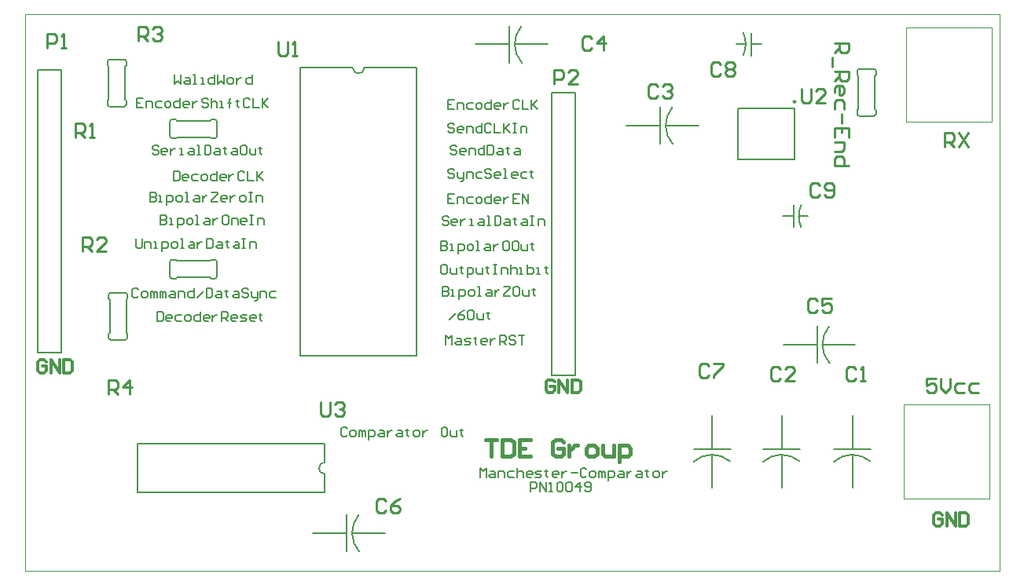
<source format=gto>
G04 Layer_Color=65535*
%FSLAX44Y44*%
%MOMM*%
G71*
G01*
G75*
%ADD10C,0.3000*%
%ADD17C,0.1000*%
%ADD26C,0.2000*%
%ADD27C,0.1524*%
%ADD28C,0.2500*%
%ADD29C,0.0500*%
%ADD30C,0.1500*%
%ADD31C,0.4000*%
%ADD32C,0.2540*%
D10*
X23300Y225023D02*
X20968Y227355D01*
X16303D01*
X13970Y225023D01*
Y215693D01*
X16303Y213360D01*
X20968D01*
X23300Y215693D01*
Y220358D01*
X18635D01*
X27966Y213360D02*
Y227355D01*
X37296Y213360D01*
Y227355D01*
X41961D02*
Y213360D01*
X48959D01*
X51291Y215693D01*
Y225023D01*
X48959Y227355D01*
X41961D01*
X570670Y203433D02*
X568338Y205765D01*
X563673D01*
X561340Y203433D01*
Y194103D01*
X563673Y191770D01*
X568338D01*
X570670Y194103D01*
Y198768D01*
X566005D01*
X575336Y191770D02*
Y205765D01*
X584666Y191770D01*
Y205765D01*
X589331D02*
Y191770D01*
X596329D01*
X598661Y194103D01*
Y203433D01*
X596329Y205765D01*
X589331D01*
X988500Y59923D02*
X986168Y62256D01*
X981503D01*
X979170Y59923D01*
Y50593D01*
X981503Y48260D01*
X986168D01*
X988500Y50593D01*
Y55258D01*
X983835D01*
X993166Y48260D02*
Y62256D01*
X1002496Y48260D01*
Y62256D01*
X1007161D02*
Y48260D01*
X1014159D01*
X1016491Y50593D01*
Y59923D01*
X1014159Y62256D01*
X1007161D01*
D17*
X0Y0D02*
Y600000D01*
Y0D02*
X1050000D01*
Y600000D01*
X0D02*
X1050000D01*
D26*
X759630Y118008D02*
G03*
X720272Y117321I-19284J-22981D01*
G01*
X359512Y59860D02*
G03*
X360199Y20502I22981J-19284D01*
G01*
X866242Y263060D02*
G03*
X866929Y223702I22981J-19284D01*
G01*
X534772Y586910D02*
G03*
X535459Y547552I22981J-19284D01*
G01*
X697332Y499280D02*
G03*
X698019Y459922I22981J-19284D01*
G01*
X834560Y118008D02*
G03*
X795202Y117321I-19284J-22981D01*
G01*
X910760Y118008D02*
G03*
X871402Y117321I-19284J-22981D01*
G01*
X323250Y116840D02*
G03*
X323250Y104140I0J-6350D01*
G01*
X353060Y542420D02*
G03*
X365760Y542420I6350J0D01*
G01*
X836392Y394353D02*
G03*
X836345Y370167I27431J-12147D01*
G01*
X773968Y555607D02*
G03*
X774015Y579793I-27431J12147D01*
G01*
X720410Y130770D02*
X760410D01*
X740410Y89770D02*
Y124770D01*
Y130770D02*
Y167020D01*
X346750Y20640D02*
Y60640D01*
X352750Y40640D02*
X387750D01*
X310500D02*
X346750D01*
X853480Y223840D02*
Y263840D01*
X859480Y243840D02*
X894480D01*
X817230D02*
X853480D01*
X522010Y547690D02*
Y587690D01*
X528010Y567690D02*
X563010D01*
X485760D02*
X522010D01*
X684570Y460060D02*
Y500060D01*
X690570Y480060D02*
X725570D01*
X648320D02*
X684570D01*
X795340Y130770D02*
X835340D01*
X815340Y89770D02*
Y124770D01*
Y130770D02*
Y167020D01*
X871540Y130770D02*
X911540D01*
X891540Y89770D02*
Y124770D01*
Y130770D02*
Y167020D01*
X323250Y116840D02*
Y136990D01*
Y83990D02*
Y104140D01*
X121250Y83990D02*
Y136990D01*
X323250D01*
X121250Y83990D02*
X323250D01*
X39370Y234950D02*
Y520700D01*
Y539750D01*
X13970D02*
X39370D01*
X13970Y234950D02*
Y539750D01*
Y234950D02*
X39370D01*
X592700Y210820D02*
Y496570D01*
Y515620D01*
X567300D02*
X592700D01*
X567300Y210820D02*
Y515620D01*
Y210820D02*
X592700D01*
X422160Y231870D02*
Y542420D01*
X296710Y231870D02*
Y542420D01*
Y231870D02*
X422160D01*
X365910Y542420D02*
X422160D01*
X296710D02*
X352760D01*
X816830Y382270D02*
X828080D01*
X834080D02*
X843830D01*
X828080Y370270D02*
Y394520D01*
X782280Y567690D02*
X793530D01*
X766530D02*
X776280D01*
X782280Y555440D02*
Y579690D01*
X768630Y443720D02*
Y498520D01*
X829030Y443720D02*
Y498520D01*
X768630Y443720D02*
X829030D01*
X768630Y498520D02*
X829030D01*
D27*
X90170Y251460D02*
G03*
X92710Y248920I2540J0D01*
G01*
X107950D02*
G03*
X110490Y251460I0J2540D01*
G01*
Y297180D02*
G03*
X107950Y299720I-2540J0D01*
G01*
X92710D02*
G03*
X90170Y297180I0J-2540D01*
G01*
X109220Y548640D02*
G03*
X106680Y551180I-2540J0D01*
G01*
X91440D02*
G03*
X88900Y548640I0J-2540D01*
G01*
Y502920D02*
G03*
X91440Y500380I2540J0D01*
G01*
X106680D02*
G03*
X109220Y502920I0J2540D01*
G01*
X204470Y314960D02*
G03*
X207010Y317500I0J2540D01*
G01*
Y332740D02*
G03*
X204470Y335280I-2540J0D01*
G01*
X158750D02*
G03*
X156210Y332740I0J-2540D01*
G01*
Y317500D02*
G03*
X158750Y314960I2540J0D01*
G01*
X204470Y466090D02*
G03*
X207010Y468630I0J2540D01*
G01*
Y483870D02*
G03*
X204470Y486410I-2540J0D01*
G01*
X158750D02*
G03*
X156210Y483870I0J-2540D01*
G01*
Y468630D02*
G03*
X158750Y466090I2540J0D01*
G01*
X896620Y492760D02*
G03*
X899160Y490220I2540J0D01*
G01*
X914400D02*
G03*
X916940Y492760I0J2540D01*
G01*
Y538480D02*
G03*
X914400Y541020I-2540J0D01*
G01*
X899160D02*
G03*
X896620Y538480I0J-2540D01*
G01*
X92710Y248920D02*
X107950D01*
X90170Y251460D02*
Y255270D01*
X91440Y256540D01*
X110490Y251460D02*
Y255270D01*
X109220Y256540D02*
X110490Y255270D01*
X90170Y293370D02*
X91440Y292100D01*
Y256540D02*
Y292100D01*
X109220D02*
X110490Y293370D01*
X109220Y256540D02*
Y292100D01*
X90170Y293370D02*
Y297180D01*
X110490Y293370D02*
Y297180D01*
X92710Y299720D02*
X107950D01*
X91440Y551180D02*
X106680D01*
X109220Y544830D02*
Y548640D01*
X107950Y543560D02*
X109220Y544830D01*
X88900D02*
Y548640D01*
Y544830D02*
X90170Y543560D01*
X107950Y508000D02*
X109220Y506730D01*
X107950Y508000D02*
Y543560D01*
X88900Y506730D02*
X90170Y508000D01*
Y543560D01*
X109220Y502920D02*
Y506730D01*
X88900Y502920D02*
Y506730D01*
X91440Y500380D02*
X106680D01*
X207010Y317500D02*
Y332740D01*
X200660Y314960D02*
X204470D01*
X199390Y316230D02*
X200660Y314960D01*
Y335280D02*
X204470D01*
X199390Y334010D02*
X200660Y335280D01*
X162560Y314960D02*
X163830Y316230D01*
X199390D01*
X162560Y335280D02*
X163830Y334010D01*
X199390D01*
X158750Y314960D02*
X162560D01*
X158750Y335280D02*
X162560D01*
X156210Y317500D02*
Y332740D01*
X207010Y468630D02*
Y483870D01*
X200660Y466090D02*
X204470D01*
X199390Y467360D02*
X200660Y466090D01*
Y486410D02*
X204470D01*
X199390Y485140D02*
X200660Y486410D01*
X162560Y466090D02*
X163830Y467360D01*
X199390D01*
X162560Y486410D02*
X163830Y485140D01*
X199390D01*
X158750Y466090D02*
X162560D01*
X158750Y486410D02*
X162560D01*
X156210Y468630D02*
Y483870D01*
X899160Y490220D02*
X914400D01*
X896620Y492760D02*
Y496570D01*
X897890Y497840D01*
X916940Y492760D02*
Y496570D01*
X915670Y497840D02*
X916940Y496570D01*
X896620Y534670D02*
X897890Y533400D01*
Y497840D02*
Y533400D01*
X915670D02*
X916940Y534670D01*
X915670Y497840D02*
Y533400D01*
X896620Y534670D02*
Y538480D01*
X916940Y534670D02*
Y538480D01*
X899160Y541020D02*
X914400D01*
D28*
X830430Y505770D02*
G03*
X830430Y505770I-1250J0D01*
G01*
D29*
X947140Y178870D02*
X1039140D01*
Y77670D02*
Y178870D01*
X947140Y77670D02*
X1039140D01*
X947140D02*
Y178870D01*
X949680Y484070D02*
Y585270D01*
Y484070D02*
X1041680D01*
Y585270D01*
X949680D02*
X1041680D01*
D30*
X347024Y153111D02*
X345358Y154777D01*
X342026D01*
X340360Y153111D01*
Y146446D01*
X342026Y144780D01*
X345358D01*
X347024Y146446D01*
X352023Y144780D02*
X355355D01*
X357021Y146446D01*
Y149778D01*
X355355Y151445D01*
X352023D01*
X350357Y149778D01*
Y146446D01*
X352023Y144780D01*
X360354D02*
Y151445D01*
X362020D01*
X363686Y149778D01*
Y144780D01*
Y149778D01*
X365352Y151445D01*
X367018Y149778D01*
Y144780D01*
X370350Y141448D02*
Y151445D01*
X375349D01*
X377015Y149778D01*
Y146446D01*
X375349Y144780D01*
X370350D01*
X382013Y151445D02*
X385345D01*
X387012Y149778D01*
Y144780D01*
X382013D01*
X380347Y146446D01*
X382013Y148112D01*
X387012D01*
X390344Y151445D02*
Y144780D01*
Y148112D01*
X392010Y149778D01*
X393676Y151445D01*
X395342D01*
X402007D02*
X405339D01*
X407005Y149778D01*
Y144780D01*
X402007D01*
X400341Y146446D01*
X402007Y148112D01*
X407005D01*
X412004Y153111D02*
Y151445D01*
X410337D01*
X413670D01*
X412004D01*
Y146446D01*
X413670Y144780D01*
X420334D02*
X423666D01*
X425333Y146446D01*
Y149778D01*
X423666Y151445D01*
X420334D01*
X418668Y149778D01*
Y146446D01*
X420334Y144780D01*
X428665Y151445D02*
Y144780D01*
Y148112D01*
X430331Y149778D01*
X431997Y151445D01*
X433663D01*
X453657Y154777D02*
X450325D01*
X448658Y153111D01*
Y146446D01*
X450325Y144780D01*
X453657D01*
X455323Y146446D01*
Y153111D01*
X453657Y154777D01*
X458655Y151445D02*
Y146446D01*
X460321Y144780D01*
X465320D01*
Y151445D01*
X470318Y153111D02*
Y151445D01*
X468652D01*
X471984D01*
X470318D01*
Y146446D01*
X471984Y144780D01*
X453390Y243840D02*
Y253837D01*
X456722Y250504D01*
X460055Y253837D01*
Y243840D01*
X465053Y250504D02*
X468385D01*
X470051Y248838D01*
Y243840D01*
X465053D01*
X463387Y245506D01*
X465053Y247172D01*
X470051D01*
X473384Y243840D02*
X478382D01*
X480048Y245506D01*
X478382Y247172D01*
X475050D01*
X473384Y248838D01*
X475050Y250504D01*
X480048D01*
X485047Y252171D02*
Y250504D01*
X483380D01*
X486713D01*
X485047D01*
Y245506D01*
X486713Y243840D01*
X496709D02*
X493377D01*
X491711Y245506D01*
Y248838D01*
X493377Y250504D01*
X496709D01*
X498376Y248838D01*
Y247172D01*
X491711D01*
X501708Y250504D02*
Y243840D01*
Y247172D01*
X503374Y248838D01*
X505040Y250504D01*
X506706D01*
X511704Y243840D02*
Y253837D01*
X516703D01*
X518369Y252171D01*
Y248838D01*
X516703Y247172D01*
X511704D01*
X515037D02*
X518369Y243840D01*
X528366Y252171D02*
X526700Y253837D01*
X523368D01*
X521701Y252171D01*
Y250504D01*
X523368Y248838D01*
X526700D01*
X528366Y247172D01*
Y245506D01*
X526700Y243840D01*
X523368D01*
X521701Y245506D01*
X531698Y253837D02*
X538363D01*
X535030D01*
Y243840D01*
X457200Y270510D02*
X463865Y277174D01*
X473861Y280507D02*
X470529Y278841D01*
X467197Y275508D01*
Y272176D01*
X468863Y270510D01*
X472195D01*
X473861Y272176D01*
Y273842D01*
X472195Y275508D01*
X467197D01*
X482192Y280507D02*
X478860D01*
X477194Y278841D01*
Y272176D01*
X478860Y270510D01*
X482192D01*
X483858Y272176D01*
Y278841D01*
X482192Y280507D01*
X487190Y277174D02*
Y272176D01*
X488857Y270510D01*
X493855D01*
Y277174D01*
X498853Y278841D02*
Y277174D01*
X497187D01*
X500519D01*
X498853D01*
Y272176D01*
X500519Y270510D01*
X449580Y305907D02*
Y295910D01*
X454578D01*
X456245Y297576D01*
Y299242D01*
X454578Y300908D01*
X449580D01*
X454578D01*
X456245Y302575D01*
Y304241D01*
X454578Y305907D01*
X449580D01*
X459577Y295910D02*
X462909D01*
X461243D01*
Y302575D01*
X459577D01*
X467907Y292578D02*
Y302575D01*
X472906D01*
X474572Y300908D01*
Y297576D01*
X472906Y295910D01*
X467907D01*
X479570D02*
X482903D01*
X484569Y297576D01*
Y300908D01*
X482903Y302575D01*
X479570D01*
X477904Y300908D01*
Y297576D01*
X479570Y295910D01*
X487901D02*
X491233D01*
X489567D01*
Y305907D01*
X487901D01*
X497898Y302575D02*
X501230D01*
X502896Y300908D01*
Y295910D01*
X497898D01*
X496232Y297576D01*
X497898Y299242D01*
X502896D01*
X506228Y302575D02*
Y295910D01*
Y299242D01*
X507895Y300908D01*
X509561Y302575D01*
X511227D01*
X516225Y305907D02*
X522890D01*
Y304241D01*
X516225Y297576D01*
Y295910D01*
X522890D01*
X531220Y305907D02*
X527888D01*
X526222Y304241D01*
Y297576D01*
X527888Y295910D01*
X531220D01*
X532887Y297576D01*
Y304241D01*
X531220Y305907D01*
X536219Y302575D02*
Y297576D01*
X537885Y295910D01*
X542883D01*
Y302575D01*
X547882Y304241D02*
Y302575D01*
X546216D01*
X549548D01*
X547882D01*
Y297576D01*
X549548Y295910D01*
X453308Y330037D02*
X449976D01*
X448310Y328371D01*
Y321706D01*
X449976Y320040D01*
X453308D01*
X454975Y321706D01*
Y328371D01*
X453308Y330037D01*
X458307Y326704D02*
Y321706D01*
X459973Y320040D01*
X464971D01*
Y326704D01*
X469970Y328371D02*
Y326704D01*
X468304D01*
X471636D01*
X469970D01*
Y321706D01*
X471636Y320040D01*
X476634Y316708D02*
Y326704D01*
X481633D01*
X483299Y325038D01*
Y321706D01*
X481633Y320040D01*
X476634D01*
X486631Y326704D02*
Y321706D01*
X488297Y320040D01*
X493296D01*
Y326704D01*
X498294Y328371D02*
Y326704D01*
X496628D01*
X499960D01*
X498294D01*
Y321706D01*
X499960Y320040D01*
X504958Y330037D02*
X508291D01*
X506624D01*
Y320040D01*
X504958D01*
X508291D01*
X513289D02*
Y326704D01*
X518287D01*
X519953Y325038D01*
Y320040D01*
X523286Y330037D02*
Y320040D01*
Y325038D01*
X524952Y326704D01*
X528284D01*
X529950Y325038D01*
Y320040D01*
X533283D02*
X536615D01*
X534949D01*
Y326704D01*
X533283D01*
X541613Y330037D02*
Y320040D01*
X546612D01*
X548278Y321706D01*
Y323372D01*
Y325038D01*
X546612Y326704D01*
X541613D01*
X551610Y320040D02*
X554942D01*
X553276D01*
Y326704D01*
X551610D01*
X561607Y328371D02*
Y326704D01*
X559941D01*
X563273D01*
X561607D01*
Y321706D01*
X563273Y320040D01*
X448310Y355437D02*
Y345440D01*
X453308D01*
X454975Y347106D01*
Y348772D01*
X453308Y350438D01*
X448310D01*
X453308D01*
X454975Y352104D01*
Y353771D01*
X453308Y355437D01*
X448310D01*
X458307Y345440D02*
X461639D01*
X459973D01*
Y352104D01*
X458307D01*
X466637Y342108D02*
Y352104D01*
X471636D01*
X473302Y350438D01*
Y347106D01*
X471636Y345440D01*
X466637D01*
X478300D02*
X481633D01*
X483299Y347106D01*
Y350438D01*
X481633Y352104D01*
X478300D01*
X476634Y350438D01*
Y347106D01*
X478300Y345440D01*
X486631D02*
X489963D01*
X488297D01*
Y355437D01*
X486631D01*
X496628Y352104D02*
X499960D01*
X501626Y350438D01*
Y345440D01*
X496628D01*
X494962Y347106D01*
X496628Y348772D01*
X501626D01*
X504958Y352104D02*
Y345440D01*
Y348772D01*
X506624Y350438D01*
X508291Y352104D01*
X509957D01*
X514955Y353771D02*
X516621Y355437D01*
X519954D01*
X521620Y353771D01*
Y347106D01*
X519954Y345440D01*
X516621D01*
X514955Y347106D01*
Y353771D01*
X529950Y355437D02*
X526618D01*
X524952Y353771D01*
Y347106D01*
X526618Y345440D01*
X529950D01*
X531617Y347106D01*
Y353771D01*
X529950Y355437D01*
X534949Y352104D02*
Y347106D01*
X536615Y345440D01*
X541613D01*
Y352104D01*
X546612Y353771D02*
Y352104D01*
X544945D01*
X548278D01*
X546612D01*
Y347106D01*
X548278Y345440D01*
X456245Y380441D02*
X454578Y382107D01*
X451246D01*
X449580Y380441D01*
Y378774D01*
X451246Y377108D01*
X454578D01*
X456245Y375442D01*
Y373776D01*
X454578Y372110D01*
X451246D01*
X449580Y373776D01*
X464575Y372110D02*
X461243D01*
X459577Y373776D01*
Y377108D01*
X461243Y378774D01*
X464575D01*
X466241Y377108D01*
Y375442D01*
X459577D01*
X469574Y378774D02*
Y372110D01*
Y375442D01*
X471240Y377108D01*
X472906Y378774D01*
X474572D01*
X479570Y372110D02*
X482903D01*
X481236D01*
Y378774D01*
X479570D01*
X489567D02*
X492899D01*
X494566Y377108D01*
Y372110D01*
X489567D01*
X487901Y373776D01*
X489567Y375442D01*
X494566D01*
X497898Y372110D02*
X501230D01*
X499564D01*
Y382107D01*
X497898D01*
X506228D02*
Y372110D01*
X511227D01*
X512893Y373776D01*
Y380441D01*
X511227Y382107D01*
X506228D01*
X517891Y378774D02*
X521224D01*
X522890Y377108D01*
Y372110D01*
X517891D01*
X516225Y373776D01*
X517891Y375442D01*
X522890D01*
X527888Y380441D02*
Y378774D01*
X526222D01*
X529554D01*
X527888D01*
Y373776D01*
X529554Y372110D01*
X536219Y378774D02*
X539551D01*
X541217Y377108D01*
Y372110D01*
X536219D01*
X534553Y373776D01*
X536219Y375442D01*
X541217D01*
X544549Y382107D02*
X547882D01*
X546216D01*
Y372110D01*
X544549D01*
X547882D01*
X552880D02*
Y378774D01*
X557878D01*
X559544Y377108D01*
Y372110D01*
X462594Y406237D02*
X455930D01*
Y396240D01*
X462594D01*
X455930Y401238D02*
X459262D01*
X465927Y396240D02*
Y402905D01*
X470925D01*
X472591Y401238D01*
Y396240D01*
X482588Y402905D02*
X477590D01*
X475924Y401238D01*
Y397906D01*
X477590Y396240D01*
X482588D01*
X487587D02*
X490919D01*
X492585Y397906D01*
Y401238D01*
X490919Y402905D01*
X487587D01*
X485920Y401238D01*
Y397906D01*
X487587Y396240D01*
X502582Y406237D02*
Y396240D01*
X497583D01*
X495917Y397906D01*
Y401238D01*
X497583Y402905D01*
X502582D01*
X510912Y396240D02*
X507580D01*
X505914Y397906D01*
Y401238D01*
X507580Y402905D01*
X510912D01*
X512578Y401238D01*
Y399572D01*
X505914D01*
X515911Y402905D02*
Y396240D01*
Y399572D01*
X517577Y401238D01*
X519243Y402905D01*
X520909D01*
X532572Y406237D02*
X525908D01*
Y396240D01*
X532572D01*
X525908Y401238D02*
X529240D01*
X535904Y396240D02*
Y406237D01*
X542569Y396240D01*
Y406237D01*
X462594Y431241D02*
X460928Y432907D01*
X457596D01*
X455930Y431241D01*
Y429575D01*
X457596Y427908D01*
X460928D01*
X462594Y426242D01*
Y424576D01*
X460928Y422910D01*
X457596D01*
X455930Y424576D01*
X465927Y429575D02*
Y424576D01*
X467593Y422910D01*
X472591D01*
Y421244D01*
X470925Y419578D01*
X469259D01*
X472591Y422910D02*
Y429575D01*
X475924Y422910D02*
Y429575D01*
X480922D01*
X482588Y427908D01*
Y422910D01*
X492585Y429575D02*
X487587D01*
X485920Y427908D01*
Y424576D01*
X487587Y422910D01*
X492585D01*
X502582Y431241D02*
X500915Y432907D01*
X497583D01*
X495917Y431241D01*
Y429575D01*
X497583Y427908D01*
X500915D01*
X502582Y426242D01*
Y424576D01*
X500915Y422910D01*
X497583D01*
X495917Y424576D01*
X510912Y422910D02*
X507580D01*
X505914Y424576D01*
Y427908D01*
X507580Y429575D01*
X510912D01*
X512578Y427908D01*
Y426242D01*
X505914D01*
X515911Y422910D02*
X519243D01*
X517577D01*
Y432907D01*
X515911D01*
X529240Y422910D02*
X525908D01*
X524241Y424576D01*
Y427908D01*
X525908Y429575D01*
X529240D01*
X530906Y427908D01*
Y426242D01*
X524241D01*
X540903Y429575D02*
X535904D01*
X534238Y427908D01*
Y424576D01*
X535904Y422910D01*
X540903D01*
X545901Y431241D02*
Y429575D01*
X544235D01*
X547567D01*
X545901D01*
Y424576D01*
X547567Y422910D01*
X465135Y456641D02*
X463468Y458307D01*
X460136D01*
X458470Y456641D01*
Y454975D01*
X460136Y453308D01*
X463468D01*
X465135Y451642D01*
Y449976D01*
X463468Y448310D01*
X460136D01*
X458470Y449976D01*
X473465Y448310D02*
X470133D01*
X468467Y449976D01*
Y453308D01*
X470133Y454975D01*
X473465D01*
X475131Y453308D01*
Y451642D01*
X468467D01*
X478464Y448310D02*
Y454975D01*
X483462D01*
X485128Y453308D01*
Y448310D01*
X495125Y458307D02*
Y448310D01*
X490126D01*
X488460Y449976D01*
Y453308D01*
X490126Y454975D01*
X495125D01*
X498457Y458307D02*
Y448310D01*
X503456D01*
X505122Y449976D01*
Y456641D01*
X503456Y458307D01*
X498457D01*
X510120Y454975D02*
X513452D01*
X515118Y453308D01*
Y448310D01*
X510120D01*
X508454Y449976D01*
X510120Y451642D01*
X515118D01*
X520117Y456641D02*
Y454975D01*
X518451D01*
X521783D01*
X520117D01*
Y449976D01*
X521783Y448310D01*
X528447Y454975D02*
X531780D01*
X533446Y453308D01*
Y448310D01*
X528447D01*
X526781Y449976D01*
X528447Y451642D01*
X533446D01*
X462594Y480771D02*
X460928Y482437D01*
X457596D01*
X455930Y480771D01*
Y479104D01*
X457596Y477438D01*
X460928D01*
X462594Y475772D01*
Y474106D01*
X460928Y472440D01*
X457596D01*
X455930Y474106D01*
X470925Y472440D02*
X467593D01*
X465927Y474106D01*
Y477438D01*
X467593Y479104D01*
X470925D01*
X472591Y477438D01*
Y475772D01*
X465927D01*
X475924Y472440D02*
Y479104D01*
X480922D01*
X482588Y477438D01*
Y472440D01*
X492585Y482437D02*
Y472440D01*
X487587D01*
X485920Y474106D01*
Y477438D01*
X487587Y479104D01*
X492585D01*
X502582Y480771D02*
X500915Y482437D01*
X497583D01*
X495917Y480771D01*
Y474106D01*
X497583Y472440D01*
X500915D01*
X502582Y474106D01*
X505914Y482437D02*
Y472440D01*
X512578D01*
X515911Y482437D02*
Y472440D01*
Y475772D01*
X522575Y482437D01*
X517577Y477438D01*
X522575Y472440D01*
X525908Y482437D02*
X529240D01*
X527574D01*
Y472440D01*
X525908D01*
X529240D01*
X534238D02*
Y479104D01*
X539236D01*
X540903Y477438D01*
Y472440D01*
X462594Y507837D02*
X455930D01*
Y497840D01*
X462594D01*
X455930Y502838D02*
X459262D01*
X465927Y497840D02*
Y504505D01*
X470925D01*
X472591Y502838D01*
Y497840D01*
X482588Y504505D02*
X477590D01*
X475924Y502838D01*
Y499506D01*
X477590Y497840D01*
X482588D01*
X487587D02*
X490919D01*
X492585Y499506D01*
Y502838D01*
X490919Y504505D01*
X487587D01*
X485920Y502838D01*
Y499506D01*
X487587Y497840D01*
X502582Y507837D02*
Y497840D01*
X497583D01*
X495917Y499506D01*
Y502838D01*
X497583Y504505D01*
X502582D01*
X510912Y497840D02*
X507580D01*
X505914Y499506D01*
Y502838D01*
X507580Y504505D01*
X510912D01*
X512578Y502838D01*
Y501172D01*
X505914D01*
X515911Y504505D02*
Y497840D01*
Y501172D01*
X517577Y502838D01*
X519243Y504505D01*
X520909D01*
X532572Y506171D02*
X530906Y507837D01*
X527574D01*
X525908Y506171D01*
Y499506D01*
X527574Y497840D01*
X530906D01*
X532572Y499506D01*
X535904Y507837D02*
Y497840D01*
X542569D01*
X545901Y507837D02*
Y497840D01*
Y501172D01*
X552565Y507837D01*
X547567Y502838D01*
X552565Y497840D01*
X142240Y279237D02*
Y269240D01*
X147238D01*
X148904Y270906D01*
Y277571D01*
X147238Y279237D01*
X142240D01*
X157235Y269240D02*
X153903D01*
X152237Y270906D01*
Y274238D01*
X153903Y275905D01*
X157235D01*
X158901Y274238D01*
Y272572D01*
X152237D01*
X168898Y275905D02*
X163900D01*
X162234Y274238D01*
Y270906D01*
X163900Y269240D01*
X168898D01*
X173897D02*
X177229D01*
X178895Y270906D01*
Y274238D01*
X177229Y275905D01*
X173897D01*
X172230Y274238D01*
Y270906D01*
X173897Y269240D01*
X188892Y279237D02*
Y269240D01*
X183893D01*
X182227Y270906D01*
Y274238D01*
X183893Y275905D01*
X188892D01*
X197222Y269240D02*
X193890D01*
X192224Y270906D01*
Y274238D01*
X193890Y275905D01*
X197222D01*
X198888Y274238D01*
Y272572D01*
X192224D01*
X202221Y275905D02*
Y269240D01*
Y272572D01*
X203887Y274238D01*
X205553Y275905D01*
X207219D01*
X212218Y269240D02*
Y279237D01*
X217216D01*
X218882Y277571D01*
Y274238D01*
X217216Y272572D01*
X212218D01*
X215550D02*
X218882Y269240D01*
X227213D02*
X223880D01*
X222214Y270906D01*
Y274238D01*
X223880Y275905D01*
X227213D01*
X228879Y274238D01*
Y272572D01*
X222214D01*
X232211Y269240D02*
X237209D01*
X238876Y270906D01*
X237209Y272572D01*
X233877D01*
X232211Y274238D01*
X233877Y275905D01*
X238876D01*
X247206Y269240D02*
X243874D01*
X242208Y270906D01*
Y274238D01*
X243874Y275905D01*
X247206D01*
X248872Y274238D01*
Y272572D01*
X242208D01*
X253871Y277571D02*
Y275905D01*
X252205D01*
X255537D01*
X253871D01*
Y270906D01*
X255537Y269240D01*
X122234Y302971D02*
X120568Y304637D01*
X117236D01*
X115570Y302971D01*
Y296306D01*
X117236Y294640D01*
X120568D01*
X122234Y296306D01*
X127233Y294640D02*
X130565D01*
X132231Y296306D01*
Y299638D01*
X130565Y301304D01*
X127233D01*
X125567Y299638D01*
Y296306D01*
X127233Y294640D01*
X135564D02*
Y301304D01*
X137230D01*
X138896Y299638D01*
Y294640D01*
Y299638D01*
X140562Y301304D01*
X142228Y299638D01*
Y294640D01*
X145560D02*
Y301304D01*
X147226D01*
X148893Y299638D01*
Y294640D01*
Y299638D01*
X150559Y301304D01*
X152225Y299638D01*
Y294640D01*
X157223Y301304D02*
X160555D01*
X162222Y299638D01*
Y294640D01*
X157223D01*
X155557Y296306D01*
X157223Y297972D01*
X162222D01*
X165554Y294640D02*
Y301304D01*
X170552D01*
X172218Y299638D01*
Y294640D01*
X182215Y304637D02*
Y294640D01*
X177217D01*
X175551Y296306D01*
Y299638D01*
X177217Y301304D01*
X182215D01*
X185548Y294640D02*
X192212Y301304D01*
X195544Y304637D02*
Y294640D01*
X200543D01*
X202209Y296306D01*
Y302971D01*
X200543Y304637D01*
X195544D01*
X207207Y301304D02*
X210539D01*
X212206Y299638D01*
Y294640D01*
X207207D01*
X205541Y296306D01*
X207207Y297972D01*
X212206D01*
X217204Y302971D02*
Y301304D01*
X215538D01*
X218870D01*
X217204D01*
Y296306D01*
X218870Y294640D01*
X225535Y301304D02*
X228867D01*
X230533Y299638D01*
Y294640D01*
X225535D01*
X223868Y296306D01*
X225535Y297972D01*
X230533D01*
X240530Y302971D02*
X238864Y304637D01*
X235531D01*
X233865Y302971D01*
Y301304D01*
X235531Y299638D01*
X238864D01*
X240530Y297972D01*
Y296306D01*
X238864Y294640D01*
X235531D01*
X233865Y296306D01*
X243862Y301304D02*
Y296306D01*
X245528Y294640D01*
X250527D01*
Y292974D01*
X248860Y291308D01*
X247194D01*
X250527Y294640D02*
Y301304D01*
X253859Y294640D02*
Y301304D01*
X258857D01*
X260523Y299638D01*
Y294640D01*
X270520Y301304D02*
X265522D01*
X263856Y299638D01*
Y296306D01*
X265522Y294640D01*
X270520D01*
X119380Y357977D02*
Y349646D01*
X121046Y347980D01*
X124378D01*
X126045Y349646D01*
Y357977D01*
X129377Y347980D02*
Y354645D01*
X134375D01*
X136041Y352978D01*
Y347980D01*
X139374D02*
X142706D01*
X141040D01*
Y354645D01*
X139374D01*
X147704Y344648D02*
Y354645D01*
X152703D01*
X154369Y352978D01*
Y349646D01*
X152703Y347980D01*
X147704D01*
X159367D02*
X162699D01*
X164366Y349646D01*
Y352978D01*
X162699Y354645D01*
X159367D01*
X157701Y352978D01*
Y349646D01*
X159367Y347980D01*
X167698D02*
X171030D01*
X169364D01*
Y357977D01*
X167698D01*
X177694Y354645D02*
X181027D01*
X182693Y352978D01*
Y347980D01*
X177694D01*
X176028Y349646D01*
X177694Y351312D01*
X182693D01*
X186025Y354645D02*
Y347980D01*
Y351312D01*
X187691Y352978D01*
X189357Y354645D01*
X191024D01*
X196022Y357977D02*
Y347980D01*
X201020D01*
X202687Y349646D01*
Y356311D01*
X201020Y357977D01*
X196022D01*
X207685Y354645D02*
X211017D01*
X212683Y352978D01*
Y347980D01*
X207685D01*
X206019Y349646D01*
X207685Y351312D01*
X212683D01*
X217682Y356311D02*
Y354645D01*
X216015D01*
X219348D01*
X217682D01*
Y349646D01*
X219348Y347980D01*
X226012Y354645D02*
X229345D01*
X231011Y352978D01*
Y347980D01*
X226012D01*
X224346Y349646D01*
X226012Y351312D01*
X231011D01*
X234343Y357977D02*
X237675D01*
X236009D01*
Y347980D01*
X234343D01*
X237675D01*
X242674D02*
Y354645D01*
X247672D01*
X249338Y352978D01*
Y347980D01*
X146050Y383377D02*
Y373380D01*
X151048D01*
X152715Y375046D01*
Y376712D01*
X151048Y378378D01*
X146050D01*
X151048D01*
X152715Y380045D01*
Y381711D01*
X151048Y383377D01*
X146050D01*
X156047Y373380D02*
X159379D01*
X157713D01*
Y380045D01*
X156047D01*
X164377Y370048D02*
Y380045D01*
X169376D01*
X171042Y378378D01*
Y375046D01*
X169376Y373380D01*
X164377D01*
X176040D02*
X179373D01*
X181039Y375046D01*
Y378378D01*
X179373Y380045D01*
X176040D01*
X174374Y378378D01*
Y375046D01*
X176040Y373380D01*
X184371D02*
X187703D01*
X186037D01*
Y383377D01*
X184371D01*
X194368Y380045D02*
X197700D01*
X199366Y378378D01*
Y373380D01*
X194368D01*
X192702Y375046D01*
X194368Y376712D01*
X199366D01*
X202698Y380045D02*
Y373380D01*
Y376712D01*
X204364Y378378D01*
X206031Y380045D01*
X207697D01*
X217694Y383377D02*
X214361D01*
X212695Y381711D01*
Y375046D01*
X214361Y373380D01*
X217694D01*
X219360Y375046D01*
Y381711D01*
X217694Y383377D01*
X222692Y373380D02*
Y380045D01*
X227690D01*
X229356Y378378D01*
Y373380D01*
X237687D02*
X234355D01*
X232689Y375046D01*
Y378378D01*
X234355Y380045D01*
X237687D01*
X239353Y378378D01*
Y376712D01*
X232689D01*
X242686Y383377D02*
X246018D01*
X244352D01*
Y373380D01*
X242686D01*
X246018D01*
X251016D02*
Y380045D01*
X256015D01*
X257681Y378378D01*
Y373380D01*
X134620Y407507D02*
Y397510D01*
X139618D01*
X141285Y399176D01*
Y400842D01*
X139618Y402508D01*
X134620D01*
X139618D01*
X141285Y404174D01*
Y405841D01*
X139618Y407507D01*
X134620D01*
X144617Y397510D02*
X147949D01*
X146283D01*
Y404174D01*
X144617D01*
X152947Y394178D02*
Y404174D01*
X157946D01*
X159612Y402508D01*
Y399176D01*
X157946Y397510D01*
X152947D01*
X164610D02*
X167943D01*
X169609Y399176D01*
Y402508D01*
X167943Y404174D01*
X164610D01*
X162944Y402508D01*
Y399176D01*
X164610Y397510D01*
X172941D02*
X176273D01*
X174607D01*
Y407507D01*
X172941D01*
X182938Y404174D02*
X186270D01*
X187936Y402508D01*
Y397510D01*
X182938D01*
X181272Y399176D01*
X182938Y400842D01*
X187936D01*
X191268Y404174D02*
Y397510D01*
Y400842D01*
X192934Y402508D01*
X194601Y404174D01*
X196267D01*
X201265Y407507D02*
X207930D01*
Y405841D01*
X201265Y399176D01*
Y397510D01*
X207930D01*
X216260D02*
X212928D01*
X211262Y399176D01*
Y402508D01*
X212928Y404174D01*
X216260D01*
X217927Y402508D01*
Y400842D01*
X211262D01*
X221259Y404174D02*
Y397510D01*
Y400842D01*
X222925Y402508D01*
X224591Y404174D01*
X226257D01*
X232922Y397510D02*
X236254D01*
X237920Y399176D01*
Y402508D01*
X236254Y404174D01*
X232922D01*
X231255Y402508D01*
Y399176D01*
X232922Y397510D01*
X241252Y407507D02*
X244585D01*
X242918D01*
Y397510D01*
X241252D01*
X244585D01*
X249583D02*
Y404174D01*
X254581D01*
X256247Y402508D01*
Y397510D01*
X160020Y430367D02*
Y420370D01*
X165018D01*
X166684Y422036D01*
Y428701D01*
X165018Y430367D01*
X160020D01*
X175015Y420370D02*
X171683D01*
X170017Y422036D01*
Y425368D01*
X171683Y427034D01*
X175015D01*
X176681Y425368D01*
Y423702D01*
X170017D01*
X186678Y427034D02*
X181680D01*
X180014Y425368D01*
Y422036D01*
X181680Y420370D01*
X186678D01*
X191677D02*
X195009D01*
X196675Y422036D01*
Y425368D01*
X195009Y427034D01*
X191677D01*
X190010Y425368D01*
Y422036D01*
X191677Y420370D01*
X206672Y430367D02*
Y420370D01*
X201673D01*
X200007Y422036D01*
Y425368D01*
X201673Y427034D01*
X206672D01*
X215002Y420370D02*
X211670D01*
X210004Y422036D01*
Y425368D01*
X211670Y427034D01*
X215002D01*
X216668Y425368D01*
Y423702D01*
X210004D01*
X220001Y427034D02*
Y420370D01*
Y423702D01*
X221667Y425368D01*
X223333Y427034D01*
X224999D01*
X236662Y428701D02*
X234996Y430367D01*
X231664D01*
X229998Y428701D01*
Y422036D01*
X231664Y420370D01*
X234996D01*
X236662Y422036D01*
X239994Y430367D02*
Y420370D01*
X246659D01*
X249991Y430367D02*
Y420370D01*
Y423702D01*
X256656Y430367D01*
X251657Y425368D01*
X256656Y420370D01*
X143825Y456641D02*
X142158Y458307D01*
X138826D01*
X137160Y456641D01*
Y454975D01*
X138826Y453308D01*
X142158D01*
X143825Y451642D01*
Y449976D01*
X142158Y448310D01*
X138826D01*
X137160Y449976D01*
X152155Y448310D02*
X148823D01*
X147157Y449976D01*
Y453308D01*
X148823Y454975D01*
X152155D01*
X153821Y453308D01*
Y451642D01*
X147157D01*
X157154Y454975D02*
Y448310D01*
Y451642D01*
X158820Y453308D01*
X160486Y454975D01*
X162152D01*
X167150Y448310D02*
X170483D01*
X168817D01*
Y454975D01*
X167150D01*
X177147D02*
X180479D01*
X182146Y453308D01*
Y448310D01*
X177147D01*
X175481Y449976D01*
X177147Y451642D01*
X182146D01*
X185478Y448310D02*
X188810D01*
X187144D01*
Y458307D01*
X185478D01*
X193808D02*
Y448310D01*
X198807D01*
X200473Y449976D01*
Y456641D01*
X198807Y458307D01*
X193808D01*
X205471Y454975D02*
X208804D01*
X210470Y453308D01*
Y448310D01*
X205471D01*
X203805Y449976D01*
X205471Y451642D01*
X210470D01*
X215468Y456641D02*
Y454975D01*
X213802D01*
X217134D01*
X215468D01*
Y449976D01*
X217134Y448310D01*
X223799Y454975D02*
X227131D01*
X228797Y453308D01*
Y448310D01*
X223799D01*
X222133Y449976D01*
X223799Y451642D01*
X228797D01*
X237128Y458307D02*
X233796D01*
X232129Y456641D01*
Y449976D01*
X233796Y448310D01*
X237128D01*
X238794Y449976D01*
Y456641D01*
X237128Y458307D01*
X242126Y454975D02*
Y449976D01*
X243792Y448310D01*
X248791D01*
Y454975D01*
X253789Y456641D02*
Y454975D01*
X252123D01*
X255455D01*
X253789D01*
Y449976D01*
X255455Y448310D01*
X127315Y509107D02*
X120650D01*
Y499110D01*
X127315D01*
X120650Y504108D02*
X123982D01*
X130647Y499110D02*
Y505774D01*
X135645D01*
X137311Y504108D01*
Y499110D01*
X147308Y505774D02*
X142310D01*
X140644Y504108D01*
Y500776D01*
X142310Y499110D01*
X147308D01*
X152306D02*
X155639D01*
X157305Y500776D01*
Y504108D01*
X155639Y505774D01*
X152306D01*
X150640Y504108D01*
Y500776D01*
X152306Y499110D01*
X167302Y509107D02*
Y499110D01*
X162303D01*
X160637Y500776D01*
Y504108D01*
X162303Y505774D01*
X167302D01*
X175632Y499110D02*
X172300D01*
X170634Y500776D01*
Y504108D01*
X172300Y505774D01*
X175632D01*
X177298Y504108D01*
Y502442D01*
X170634D01*
X180631Y505774D02*
Y499110D01*
Y502442D01*
X182297Y504108D01*
X183963Y505774D01*
X185629D01*
X197292Y507441D02*
X195626Y509107D01*
X192294D01*
X190627Y507441D01*
Y505774D01*
X192294Y504108D01*
X195626D01*
X197292Y502442D01*
Y500776D01*
X195626Y499110D01*
X192294D01*
X190627Y500776D01*
X200624Y509107D02*
Y499110D01*
Y504108D01*
X202290Y505774D01*
X205623D01*
X207289Y504108D01*
Y499110D01*
X210621D02*
X213953D01*
X212287D01*
Y505774D01*
X210621D01*
X220618Y499110D02*
Y507441D01*
Y504108D01*
X218952D01*
X222284D01*
X220618D01*
Y507441D01*
X222284Y509107D01*
X228948Y507441D02*
Y505774D01*
X227282D01*
X230615D01*
X228948D01*
Y500776D01*
X230615Y499110D01*
X242277Y507441D02*
X240611Y509107D01*
X237279D01*
X235613Y507441D01*
Y500776D01*
X237279Y499110D01*
X240611D01*
X242277Y500776D01*
X245610Y509107D02*
Y499110D01*
X252274D01*
X255606Y509107D02*
Y499110D01*
Y502442D01*
X262271Y509107D01*
X257273Y504108D01*
X262271Y499110D01*
X161290Y534507D02*
Y524510D01*
X164622Y527842D01*
X167955Y524510D01*
Y534507D01*
X172953Y531175D02*
X176285D01*
X177951Y529508D01*
Y524510D01*
X172953D01*
X171287Y526176D01*
X172953Y527842D01*
X177951D01*
X181284Y524510D02*
X184616D01*
X182950D01*
Y534507D01*
X181284D01*
X189614Y524510D02*
X192946D01*
X191280D01*
Y531175D01*
X189614D01*
X204609Y534507D02*
Y524510D01*
X199611D01*
X197945Y526176D01*
Y529508D01*
X199611Y531175D01*
X204609D01*
X207942Y534507D02*
Y524510D01*
X211274Y527842D01*
X214606Y524510D01*
Y534507D01*
X219604Y524510D02*
X222937D01*
X224603Y526176D01*
Y529508D01*
X222937Y531175D01*
X219604D01*
X217938Y529508D01*
Y526176D01*
X219604Y524510D01*
X227935Y531175D02*
Y524510D01*
Y527842D01*
X229601Y529508D01*
X231267Y531175D01*
X232934D01*
X244597Y534507D02*
Y524510D01*
X239598D01*
X237932Y526176D01*
Y529508D01*
X239598Y531175D01*
X244597D01*
X490220Y100330D02*
Y110327D01*
X493552Y106994D01*
X496884Y110327D01*
Y100330D01*
X501883Y106994D02*
X505215D01*
X506881Y105328D01*
Y100330D01*
X501883D01*
X500217Y101996D01*
X501883Y103662D01*
X506881D01*
X510214Y100330D02*
Y106994D01*
X515212D01*
X516878Y105328D01*
Y100330D01*
X526875Y106994D02*
X521876D01*
X520210Y105328D01*
Y101996D01*
X521876Y100330D01*
X526875D01*
X530207Y110327D02*
Y100330D01*
Y105328D01*
X531873Y106994D01*
X535205D01*
X536872Y105328D01*
Y100330D01*
X545202D02*
X541870D01*
X540204Y101996D01*
Y105328D01*
X541870Y106994D01*
X545202D01*
X546868Y105328D01*
Y103662D01*
X540204D01*
X550201Y100330D02*
X555199D01*
X556865Y101996D01*
X555199Y103662D01*
X551867D01*
X550201Y105328D01*
X551867Y106994D01*
X556865D01*
X561864Y108661D02*
Y106994D01*
X560197D01*
X563530D01*
X561864D01*
Y101996D01*
X563530Y100330D01*
X573526D02*
X570194D01*
X568528Y101996D01*
Y105328D01*
X570194Y106994D01*
X573526D01*
X575193Y105328D01*
Y103662D01*
X568528D01*
X578525Y106994D02*
Y100330D01*
Y103662D01*
X580191Y105328D01*
X581857Y106994D01*
X583523D01*
X588522Y105328D02*
X595186D01*
X605183Y108661D02*
X603517Y110327D01*
X600185D01*
X598518Y108661D01*
Y101996D01*
X600185Y100330D01*
X603517D01*
X605183Y101996D01*
X610181Y100330D02*
X613514D01*
X615180Y101996D01*
Y105328D01*
X613514Y106994D01*
X610181D01*
X608515Y105328D01*
Y101996D01*
X610181Y100330D01*
X618512D02*
Y106994D01*
X620178D01*
X621844Y105328D01*
Y100330D01*
Y105328D01*
X623510Y106994D01*
X625177Y105328D01*
Y100330D01*
X628509Y96998D02*
Y106994D01*
X633507D01*
X635173Y105328D01*
Y101996D01*
X633507Y100330D01*
X628509D01*
X640172Y106994D02*
X643504D01*
X645170Y105328D01*
Y100330D01*
X640172D01*
X638506Y101996D01*
X640172Y103662D01*
X645170D01*
X648502Y106994D02*
Y100330D01*
Y103662D01*
X650169Y105328D01*
X651835Y106994D01*
X653501D01*
X660165D02*
X663497D01*
X665164Y105328D01*
Y100330D01*
X660165D01*
X658499Y101996D01*
X660165Y103662D01*
X665164D01*
X670162Y108661D02*
Y106994D01*
X668496D01*
X671828D01*
X670162D01*
Y101996D01*
X671828Y100330D01*
X678493D02*
X681825D01*
X683491Y101996D01*
Y105328D01*
X681825Y106994D01*
X678493D01*
X676826Y105328D01*
Y101996D01*
X678493Y100330D01*
X686823Y106994D02*
Y100330D01*
Y103662D01*
X688490Y105328D01*
X690156Y106994D01*
X691822D01*
X544830Y85090D02*
Y95087D01*
X549828D01*
X551494Y93421D01*
Y90088D01*
X549828Y88422D01*
X544830D01*
X554827Y85090D02*
Y95087D01*
X561491Y85090D01*
Y95087D01*
X564824Y85090D02*
X568156D01*
X566490D01*
Y95087D01*
X564824Y93421D01*
X573154D02*
X574820Y95087D01*
X578153D01*
X579819Y93421D01*
Y86756D01*
X578153Y85090D01*
X574820D01*
X573154Y86756D01*
Y93421D01*
X583151D02*
X584817Y95087D01*
X588149D01*
X589815Y93421D01*
Y86756D01*
X588149Y85090D01*
X584817D01*
X583151Y86756D01*
Y93421D01*
X598146Y85090D02*
Y95087D01*
X593148Y90088D01*
X599812D01*
X603144Y86756D02*
X604811Y85090D01*
X608143D01*
X609809Y86756D01*
Y93421D01*
X608143Y95087D01*
X604811D01*
X603144Y93421D01*
Y91755D01*
X604811Y90088D01*
X609809D01*
D31*
X496570Y141184D02*
X508566D01*
X502568D01*
Y123190D01*
X514564Y141184D02*
Y123190D01*
X523561D01*
X526560Y126189D01*
Y138185D01*
X523561Y141184D01*
X514564D01*
X544554D02*
X532558D01*
Y123190D01*
X544554D01*
X532558Y132187D02*
X538556D01*
X580543Y138185D02*
X577544Y141184D01*
X571546D01*
X568547Y138185D01*
Y126189D01*
X571546Y123190D01*
X577544D01*
X580543Y126189D01*
Y132187D01*
X574545D01*
X586541Y135186D02*
Y123190D01*
Y129188D01*
X589540Y132187D01*
X592539Y135186D01*
X595538D01*
X607534Y123190D02*
X613532D01*
X616531Y126189D01*
Y132187D01*
X613532Y135186D01*
X607534D01*
X604535Y132187D01*
Y126189D01*
X607534Y123190D01*
X622529Y135186D02*
Y126189D01*
X625528Y123190D01*
X634525D01*
Y135186D01*
X640523Y117192D02*
Y135186D01*
X649520D01*
X652520Y132187D01*
Y126189D01*
X649520Y123190D01*
X640523D01*
D32*
X981707Y207005D02*
X971550D01*
Y199387D01*
X976628Y201927D01*
X979167D01*
X981707Y199387D01*
Y194309D01*
X979167Y191770D01*
X974089D01*
X971550Y194309D01*
X986785Y207005D02*
Y196848D01*
X991863Y191770D01*
X996942Y196848D01*
Y207005D01*
X1012177Y201927D02*
X1004559D01*
X1002020Y199387D01*
Y194309D01*
X1004559Y191770D01*
X1012177D01*
X1027412Y201927D02*
X1019794D01*
X1017255Y199387D01*
Y194309D01*
X1019794Y191770D01*
X1027412D01*
X736597Y220976D02*
X734057Y223515D01*
X728979D01*
X726440Y220976D01*
Y210819D01*
X728979Y208280D01*
X734057D01*
X736597Y210819D01*
X741675Y223515D02*
X751832D01*
Y220976D01*
X741675Y210819D01*
Y208280D01*
X388617Y74926D02*
X386077Y77465D01*
X380999D01*
X378460Y74926D01*
Y64769D01*
X380999Y62230D01*
X386077D01*
X388617Y64769D01*
X403852Y77465D02*
X398773Y74926D01*
X393695Y69847D01*
Y64769D01*
X396234Y62230D01*
X401313D01*
X403852Y64769D01*
Y67308D01*
X401313Y69847D01*
X393695D01*
X853437Y290826D02*
X850898Y293365D01*
X845819D01*
X843280Y290826D01*
Y280669D01*
X845819Y278130D01*
X850898D01*
X853437Y280669D01*
X868672Y293365D02*
X858515D01*
Y285748D01*
X863593Y288287D01*
X866133D01*
X868672Y285748D01*
Y280669D01*
X866133Y278130D01*
X861054D01*
X858515Y280669D01*
X610867Y574036D02*
X608327Y576575D01*
X603249D01*
X600710Y574036D01*
Y563879D01*
X603249Y561340D01*
X608327D01*
X610867Y563879D01*
X623563Y561340D02*
Y576575D01*
X615945Y568957D01*
X626102D01*
X681987Y521966D02*
X679447Y524505D01*
X674369D01*
X671830Y521966D01*
Y511809D01*
X674369Y509270D01*
X679447D01*
X681987Y511809D01*
X687065Y521966D02*
X689604Y524505D01*
X694683D01*
X697222Y521966D01*
Y519427D01*
X694683Y516888D01*
X692143D01*
X694683D01*
X697222Y514348D01*
Y511809D01*
X694683Y509270D01*
X689604D01*
X687065Y511809D01*
X814067Y217166D02*
X811527Y219705D01*
X806449D01*
X803910Y217166D01*
Y207009D01*
X806449Y204470D01*
X811527D01*
X814067Y207009D01*
X829302Y204470D02*
X819145D01*
X829302Y214627D01*
Y217166D01*
X826763Y219705D01*
X821684D01*
X819145Y217166D01*
X895347D02*
X892807Y219705D01*
X887729D01*
X885190Y217166D01*
Y207009D01*
X887729Y204470D01*
X892807D01*
X895347Y207009D01*
X900425Y204470D02*
X905503D01*
X902964D01*
Y219705D01*
X900425Y217166D01*
X318770Y181605D02*
Y168909D01*
X321309Y166370D01*
X326387D01*
X328927Y168909D01*
Y181605D01*
X334005Y179066D02*
X336544Y181605D01*
X341623D01*
X344162Y179066D01*
Y176527D01*
X341623Y173988D01*
X339083D01*
X341623D01*
X344162Y171448D01*
Y168909D01*
X341623Y166370D01*
X336544D01*
X334005Y168909D01*
X24130Y563880D02*
Y579115D01*
X31748D01*
X34287Y576576D01*
Y571497D01*
X31748Y568958D01*
X24130D01*
X39365Y563880D02*
X44443D01*
X41904D01*
Y579115D01*
X39365Y576576D01*
X569840Y524510D02*
Y539745D01*
X577458D01*
X579997Y537206D01*
Y532127D01*
X577458Y529588D01*
X569840D01*
X595232Y524510D02*
X585075D01*
X595232Y534667D01*
Y537206D01*
X592693Y539745D01*
X587614D01*
X585075Y537206D01*
X54610Y467360D02*
Y482595D01*
X62228D01*
X64767Y480056D01*
Y474977D01*
X62228Y472438D01*
X54610D01*
X59688D02*
X64767Y467360D01*
X69845D02*
X74923D01*
X72384D01*
Y482595D01*
X69845Y480056D01*
X62230Y344170D02*
Y359405D01*
X69847D01*
X72387Y356866D01*
Y351787D01*
X69847Y349248D01*
X62230D01*
X67308D02*
X72387Y344170D01*
X87622D02*
X77465D01*
X87622Y354327D01*
Y356866D01*
X85083Y359405D01*
X80004D01*
X77465Y356866D01*
X121920Y571500D02*
Y586735D01*
X129537D01*
X132077Y584196D01*
Y579118D01*
X129537Y576578D01*
X121920D01*
X126998D02*
X132077Y571500D01*
X137155Y584196D02*
X139694Y586735D01*
X144773D01*
X147312Y584196D01*
Y581657D01*
X144773Y579118D01*
X142233D01*
X144773D01*
X147312Y576578D01*
Y574039D01*
X144773Y571500D01*
X139694D01*
X137155Y574039D01*
X90170Y190500D02*
Y205735D01*
X97788D01*
X100327Y203196D01*
Y198118D01*
X97788Y195578D01*
X90170D01*
X95248D02*
X100327Y190500D01*
X113023D02*
Y205735D01*
X105405Y198118D01*
X115562D01*
X273050Y570225D02*
Y557529D01*
X275589Y554990D01*
X280667D01*
X283207Y557529D01*
Y570225D01*
X288285Y554990D02*
X293363D01*
X290824D01*
Y570225D01*
X288285Y567686D01*
X749297Y546096D02*
X746758Y548635D01*
X741679D01*
X739140Y546096D01*
Y535939D01*
X741679Y533400D01*
X746758D01*
X749297Y535939D01*
X754375Y546096D02*
X756914Y548635D01*
X761993D01*
X764532Y546096D01*
Y543557D01*
X761993Y541017D01*
X764532Y538478D01*
Y535939D01*
X761993Y533400D01*
X756914D01*
X754375Y535939D01*
Y538478D01*
X756914Y541017D01*
X754375Y543557D01*
Y546096D01*
X756914Y541017D02*
X761993D01*
X855977Y415286D02*
X853438Y417825D01*
X848359D01*
X845820Y415286D01*
Y405129D01*
X848359Y402590D01*
X853438D01*
X855977Y405129D01*
X861055D02*
X863594Y402590D01*
X868673D01*
X871212Y405129D01*
Y415286D01*
X868673Y417825D01*
X863594D01*
X861055Y415286D01*
Y412747D01*
X863594Y410207D01*
X871212D01*
X872490Y568960D02*
X887725D01*
Y561343D01*
X885186Y558803D01*
X880107D01*
X877568Y561343D01*
Y568960D01*
Y563882D02*
X872490Y558803D01*
X869951Y553725D02*
Y543568D01*
X872490Y538490D02*
X887725D01*
Y530872D01*
X885186Y528333D01*
X880107D01*
X877568Y530872D01*
Y538490D01*
Y533411D02*
X872490Y528333D01*
Y515637D02*
Y520716D01*
X875029Y523255D01*
X880107D01*
X882647Y520716D01*
Y515637D01*
X880107Y513098D01*
X877568D01*
Y523255D01*
X882647Y497863D02*
Y505480D01*
X880107Y508020D01*
X875029D01*
X872490Y505480D01*
Y497863D01*
X880107Y492785D02*
Y482628D01*
X887725Y467393D02*
Y477550D01*
X872490D01*
Y467393D01*
X880107Y477550D02*
Y472471D01*
X872490Y462314D02*
X882647D01*
Y454697D01*
X880107Y452158D01*
X872490D01*
X887725Y436923D02*
X872490D01*
Y444540D01*
X875029Y447079D01*
X880107D01*
X882647Y444540D01*
Y436923D01*
X990600Y457200D02*
Y472435D01*
X998217D01*
X1000757Y469896D01*
Y464818D01*
X998217Y462278D01*
X990600D01*
X995678D02*
X1000757Y457200D01*
X1005835Y472435D02*
X1015992Y457200D01*
Y472435D02*
X1005835Y457200D01*
X836930Y519425D02*
Y506729D01*
X839469Y504190D01*
X844548D01*
X847087Y506729D01*
Y519425D01*
X862322Y504190D02*
X852165D01*
X862322Y514347D01*
Y516886D01*
X859783Y519425D01*
X854704D01*
X852165Y516886D01*
M02*

</source>
